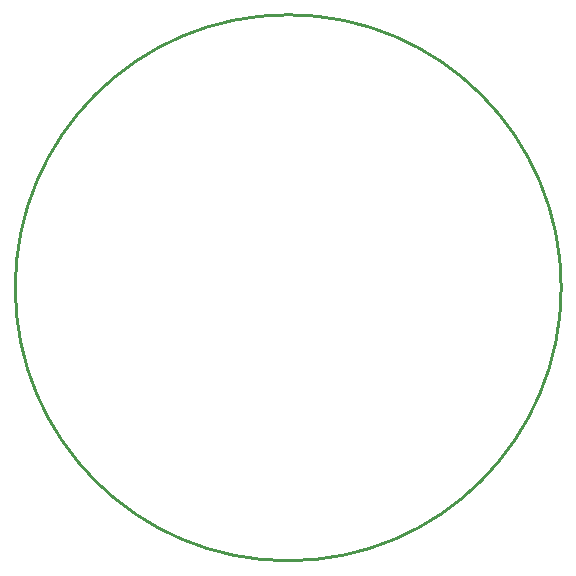
<source format=gko>
G04 Layer: BoardOutline*
G04 EasyEDA v6.4.7, 2020-11-14T21:45:58--5:00*
G04 4beb7541176d43e18d54f8e2082e3679,79d071017cc24593b82b416037a8e878,10*
G04 Gerber Generator version 0.2*
G04 Scale: 100 percent, Rotated: No, Reflected: No *
G04 Dimensions in millimeters *
G04 leading zeros omitted , absolute positions ,3 integer and 3 decimal *
%FSLAX33Y33*%
%MOMM*%
G90*
D02*

%ADD10C,0.254000*%
G54D10*
G75*
G01X46228Y23114D02*
G03X46228Y23114I-23114J0D01*
G01*

%LPD*%
M00*
M02*

</source>
